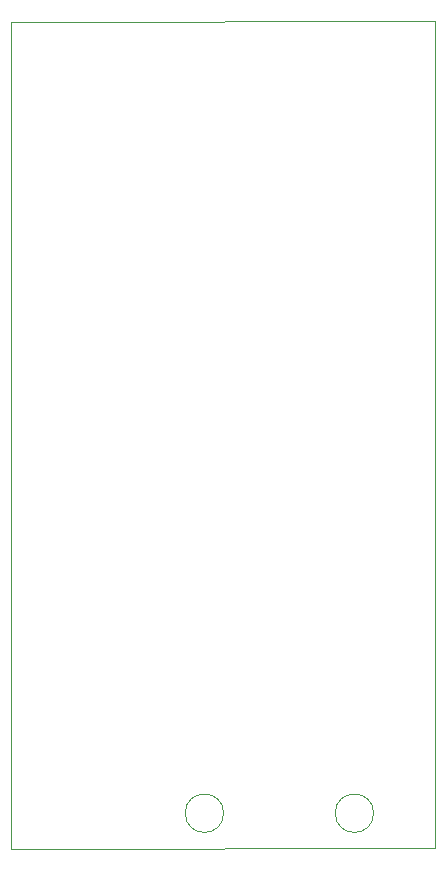
<source format=gbr>
%TF.GenerationSoftware,KiCad,Pcbnew,6.0.11+dfsg-1*%
%TF.CreationDate,2023-12-11T15:54:39+03:00*%
%TF.ProjectId,mr107,6d723130-372e-46b6-9963-61645f706362,rev?*%
%TF.SameCoordinates,Original*%
%TF.FileFunction,Profile,NP*%
%FSLAX46Y46*%
G04 Gerber Fmt 4.6, Leading zero omitted, Abs format (unit mm)*
G04 Created by KiCad (PCBNEW 6.0.11+dfsg-1) date 2023-12-11 15:54:39*
%MOMM*%
%LPD*%
G01*
G04 APERTURE LIST*
%TA.AperFunction,Profile*%
%ADD10C,0.100000*%
%TD*%
%TA.AperFunction,Profile*%
%ADD11C,0.120000*%
%TD*%
G04 APERTURE END LIST*
D10*
X53073554Y-122008946D02*
X53073554Y-51983946D01*
X53073554Y-51983946D02*
X88913554Y-51921446D01*
X88913554Y-51921446D02*
X88913554Y-121946446D01*
X88913554Y-121946446D02*
X53073554Y-122008946D01*
D11*
%TO.C,J10*%
X83755000Y-119007500D02*
G75*
G03*
X83755000Y-119007500I-1625000J0D01*
G01*
X71055000Y-119007500D02*
G75*
G03*
X71055000Y-119007500I-1625000J0D01*
G01*
%TD*%
M02*

</source>
